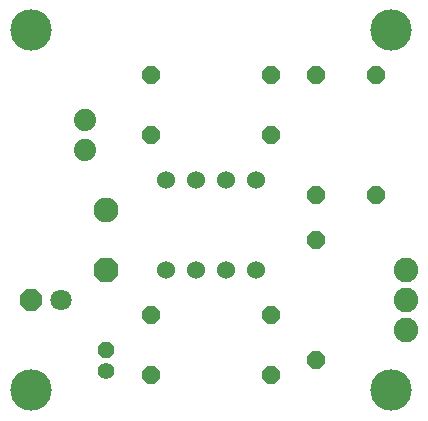
<source format=gbs>
G75*
G70*
%OFA0B0*%
%FSLAX24Y24*%
%IPPOS*%
%LPD*%
%AMOC8*
5,1,8,0,0,1.08239X$1,22.5*
%
%ADD10C,0.0600*%
%ADD11OC8,0.0600*%
%ADD12OC8,0.0710*%
%ADD13C,0.0710*%
%ADD14C,0.0830*%
%ADD15OC8,0.0830*%
%ADD16OC8,0.0560*%
%ADD17C,0.0560*%
%ADD18C,0.0740*%
%ADD19C,0.0820*%
%ADD20C,0.1380*%
D10*
X010833Y005600D03*
X011833Y005600D03*
X012833Y005600D03*
X013833Y005600D03*
X013833Y008600D03*
X012833Y008600D03*
X011833Y008600D03*
X010833Y008600D03*
D11*
X010333Y010100D03*
X010333Y012100D03*
X014333Y012100D03*
X015833Y012100D03*
X017833Y012100D03*
X014333Y010100D03*
X015833Y008100D03*
X017833Y008100D03*
X015833Y006600D03*
X014333Y004100D03*
X015833Y002600D03*
X014333Y002100D03*
X010333Y002100D03*
X010333Y004100D03*
D12*
X006333Y004600D03*
D13*
X007333Y004600D03*
D14*
X008833Y007600D03*
D15*
X008833Y005600D03*
D16*
X008833Y002950D03*
D17*
X008833Y002250D03*
D18*
X008121Y009600D03*
X008121Y010600D03*
D19*
X018833Y005600D03*
X018833Y004600D03*
X018833Y003600D03*
D20*
X006333Y001600D03*
X018333Y001600D03*
X018333Y013600D03*
X006333Y013600D03*
M02*

</source>
